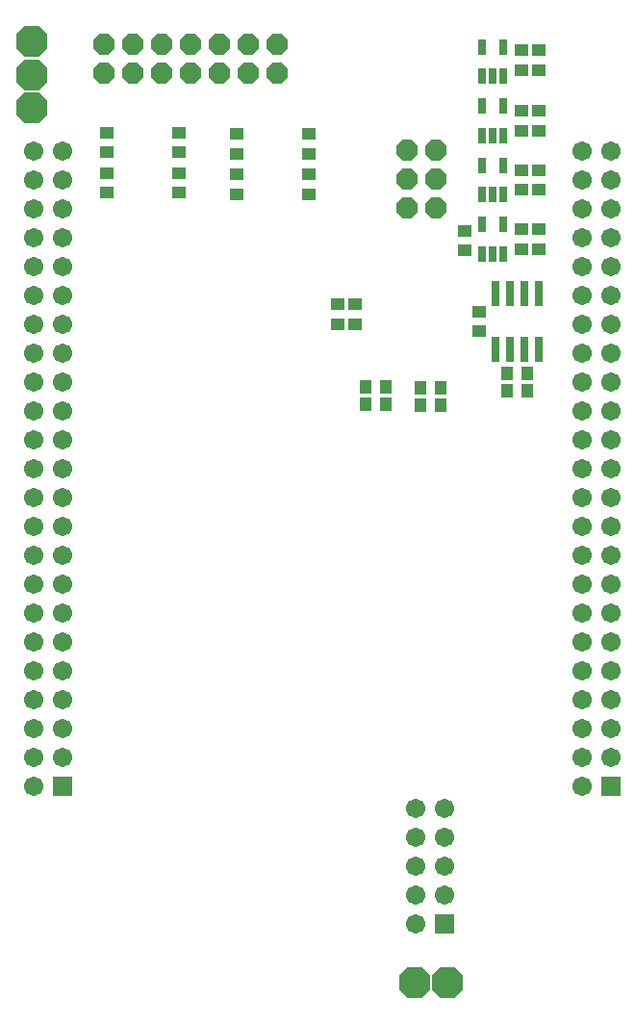
<source format=gbs>
G75*
%MOIN*%
%OFA0B0*%
%FSLAX24Y24*%
%IPPOS*%
%LPD*%
%AMOC8*
5,1,8,0,0,1.08239X$1,22.5*
%
%ADD10R,0.0671X0.0671*%
%ADD11C,0.0671*%
%ADD12OC8,0.1085*%
%ADD13R,0.0500X0.0430*%
%ADD14R,0.0430X0.0500*%
%ADD15OC8,0.0740*%
%ADD16R,0.0300X0.0580*%
%ADD17R,0.0300X0.0860*%
D10*
X005946Y008000D03*
X019196Y003250D03*
X024946Y008000D03*
D11*
X004946Y008000D03*
X004946Y009000D03*
X004946Y010000D03*
X004946Y011000D03*
X004946Y012000D03*
X004946Y013000D03*
X004946Y014000D03*
X004946Y015000D03*
X004946Y016000D03*
X004946Y017000D03*
X004946Y018000D03*
X004946Y019000D03*
X004946Y020000D03*
X004946Y021000D03*
X004946Y022000D03*
X004946Y023000D03*
X004946Y024000D03*
X004946Y025000D03*
X004946Y026000D03*
X004946Y027000D03*
X004946Y028000D03*
X004946Y029000D03*
X004946Y030000D03*
X005946Y030000D03*
X005946Y029000D03*
X005946Y028000D03*
X005946Y027000D03*
X005946Y026000D03*
X005946Y025000D03*
X005946Y024000D03*
X005946Y023000D03*
X005946Y022000D03*
X005946Y021000D03*
X005946Y020000D03*
X005946Y019000D03*
X005946Y018000D03*
X005946Y017000D03*
X005946Y016000D03*
X005946Y015000D03*
X005946Y014000D03*
X005946Y013000D03*
X005946Y012000D03*
X005946Y011000D03*
X005946Y010000D03*
X005946Y009000D03*
X018196Y007250D03*
X018196Y006250D03*
X018196Y005250D03*
X018196Y004250D03*
X018196Y003250D03*
X019196Y004250D03*
X019196Y005250D03*
X019196Y006250D03*
X019196Y007250D03*
X023946Y008000D03*
X023946Y009000D03*
X023946Y010000D03*
X023946Y011000D03*
X023946Y012000D03*
X023946Y013000D03*
X023946Y014000D03*
X023946Y015000D03*
X023946Y016000D03*
X023946Y017000D03*
X023946Y018000D03*
X023946Y019000D03*
X023946Y020000D03*
X023946Y021000D03*
X023946Y022000D03*
X023946Y023000D03*
X023946Y024000D03*
X023946Y025000D03*
X023946Y026000D03*
X023946Y027000D03*
X023946Y028000D03*
X023946Y029000D03*
X023946Y030000D03*
X024946Y030000D03*
X024946Y029000D03*
X024946Y028000D03*
X024946Y027000D03*
X024946Y026000D03*
X024946Y025000D03*
X024946Y024000D03*
X024946Y023000D03*
X024946Y022000D03*
X024946Y021000D03*
X024946Y020000D03*
X024946Y019000D03*
X024946Y018000D03*
X024946Y017000D03*
X024946Y016000D03*
X024946Y015000D03*
X024946Y014000D03*
X024946Y013000D03*
X024946Y012000D03*
X024946Y011000D03*
X024946Y010000D03*
X024946Y009000D03*
D12*
X019296Y001200D03*
X018146Y001200D03*
X004896Y031500D03*
X004896Y032650D03*
X004896Y033800D03*
D13*
X007496Y030640D03*
X007496Y029960D03*
X007496Y029240D03*
X007496Y028560D03*
X009996Y028560D03*
X009996Y029240D03*
X009996Y029960D03*
X009996Y030640D03*
X011996Y030590D03*
X011996Y029910D03*
X011996Y029190D03*
X011996Y028510D03*
X014496Y028510D03*
X014496Y029190D03*
X014496Y029910D03*
X014496Y030590D03*
X015471Y024690D03*
X015471Y024010D03*
X016071Y024010D03*
X016071Y024690D03*
X019896Y026560D03*
X019896Y027240D03*
X020396Y024440D03*
X020396Y023760D03*
X021846Y026610D03*
X022446Y026610D03*
X022446Y027290D03*
X021846Y027290D03*
X021846Y028660D03*
X021846Y029340D03*
X022446Y029340D03*
X022446Y028660D03*
X022446Y030710D03*
X021846Y030710D03*
X021846Y031390D03*
X022446Y031390D03*
X022446Y032810D03*
X021846Y032810D03*
X021846Y033490D03*
X022446Y033490D03*
D14*
X022036Y022300D03*
X022036Y021700D03*
X021356Y021700D03*
X021356Y022300D03*
X019036Y021800D03*
X019036Y021200D03*
X018356Y021200D03*
X018356Y021800D03*
X017136Y021850D03*
X017136Y021250D03*
X016456Y021250D03*
X016456Y021850D03*
D15*
X017896Y028050D03*
X017896Y029050D03*
X017896Y030050D03*
X018896Y030050D03*
X018896Y029050D03*
X018896Y028050D03*
X013396Y032700D03*
X013396Y033700D03*
X012396Y033700D03*
X012396Y032700D03*
X011396Y032700D03*
X010396Y032700D03*
X010396Y033700D03*
X011396Y033700D03*
X009396Y033700D03*
X009396Y032700D03*
X008396Y032700D03*
X008396Y033700D03*
X007396Y033700D03*
X007396Y032700D03*
D16*
X020476Y032590D03*
X020846Y032590D03*
X021216Y032590D03*
X021216Y033610D03*
X020476Y033610D03*
X020476Y031560D03*
X021216Y031560D03*
X021216Y030540D03*
X020846Y030540D03*
X020476Y030540D03*
X020476Y029510D03*
X021216Y029510D03*
X021216Y028490D03*
X020846Y028490D03*
X020476Y028490D03*
X020476Y027460D03*
X020476Y026440D03*
X020846Y026440D03*
X021216Y026440D03*
X021216Y027460D03*
D17*
X021446Y025070D03*
X020946Y025070D03*
X021946Y025070D03*
X022446Y025070D03*
X022446Y023130D03*
X021946Y023130D03*
X021446Y023130D03*
X020946Y023130D03*
M02*

</source>
